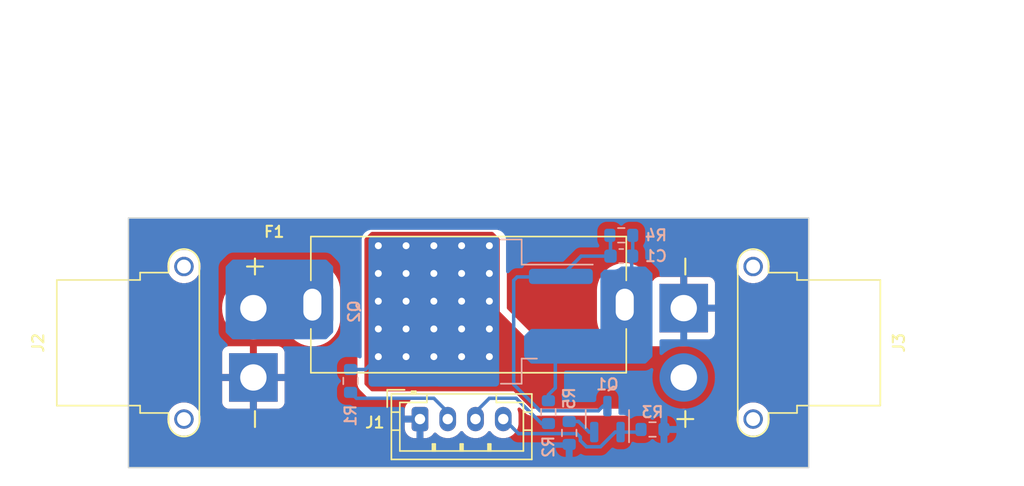
<source format=kicad_pcb>
(kicad_pcb (version 20221018) (generator pcbnew)
  (layers (0 "F.Cu" signal) (31 "B.Cu" signal) (34 "B.Paste" user) (35 "F.Paste" user) (36 "B.SilkS" user "B.Silkscreen") (37 "F.SilkS" user "F.Silkscreen") (38 "B.Mask" user) (39 "F.Mask" user) (44 "Edge.Cuts" user))
  (net 0 "")
  (net 1 "Net-(Q2-S)")
  (net 2 "Net-(Q1-C)")
  (net 3 "+BATT")
  (net 4 "-BATT")
  (net 5 "Net-(J1-Pin_2)")
  (net 6 "Net-(J1-Pin_3)")
  (net 7 "Net-(J1-Pin_4)")
  (net 8 "Net-(Q1-E)")
  (net 9 "+VSW")
  (footprint "GigaVescLibs:AMASS_XT30PW-F_1x02_P2.50mm_Horizontal" (layer "F.Cu") (at 132 93.5 90)
    (fp_text reference "J2" (at 2.5 -15.5 90) (layer "F.SilkS") (effects (font (size 0.8 0.8))))
    (fp_text value "IN")
    (fp_text user "-" (at -3 0 90) (layer "F.SilkS") (effects (font (size 1.5 1.5))))
    (fp_text user "+" (at 8 0 90) (layer "F.SilkS") (effects (font (size 1.5 1.5))))
    (fp_line (start -3.26 -6.11) (end -2.56 -6.11) (stroke (width 0.12)) (layer "F.SilkS"))
    (fp_line (start -3.26 -3.89) (end 8.26 -3.89) (stroke (width 0.12)) (layer "F.SilkS"))
    (fp_line (start -2.56 -8.16) (end -2.56 -6.11) (stroke (width 0.12)) (layer "F.SilkS"))
    (fp_line (start -2.56 -8.16) (end -2.03 -8.16) (stroke (width 0.12)) (layer "F.SilkS"))
    (fp_line (start -2.03 -14.16) (end -2.03 -8.16) (stroke (width 0.12)) (layer "F.SilkS"))
    (fp_line (start -2.03 -14.16) (end 7 -14.16) (stroke (width 0.12)) (layer "F.SilkS"))
    (fp_line (start 7.03 -14.16) (end 7.03 -8.16) (stroke (width 0.12)) (layer "F.SilkS"))
    (fp_line (start 7.03 -8.16) (end 7.56 -8.16) (stroke (width 0.12)) (layer "F.SilkS"))
    (fp_line (start 7.56 -8.16) (end 7.56 -6.11) (stroke (width 0.12)) (layer "F.SilkS"))
    (fp_line (start 7.56 -6.11) (end 8.26 -6.11) (stroke (width 0.12)) (layer "F.SilkS"))
    (fp_arc (start -3.321729 -3.903365) (mid -4.256653 -5.086124) (end -3.15 -6.11) (stroke (width 0.12)) (layer "F.SilkS"))
    (fp_arc (start 8.15 -6.11) (mid 9.26 -5) (end 8.15 -3.89) (stroke (width 0.12)) (layer "F.SilkS"))
    (pad "" thru_hole circle (at -3 -5 180) (size 1.4 1.4) (drill 1) (layers "*.Cu" "*.Mask"))
    (pad "" thru_hole circle (at 8 -5 90) (size 1.4 1.4) (drill 1) (layers "*.Cu" "*.Mask"))
    (pad "1" thru_hole rect (at 0 0 90) (size 3.5 3.5) (drill 1.9) (layers "*.Cu" "*.Mask") (net 4 "-BATT"))
    (pad "2" thru_hole circle (at 5 0 90) (size 3.5 3.5) (drill 1.9) (layers "*.Cu" "*.Mask") (net 3 "+BATT"))
  )
  (footprint "GigaVescLibs:XuchengElecC3131" (layer "F.Cu") (at 136.25 88.25)
    (fp_text reference "F1" (at -2.75 -5.25) (layer "F.SilkS") (effects (font (size 0.8 0.8))))
    (fp_text value "Fuse")
    (fp_line (start -0.11 -4.91) (end 22.61 -4.91) (stroke (width 0.12)) (layer "F.SilkS"))
    (fp_line (start -0.11 -1.75) (end -0.11 -4.91) (stroke (width 0.12)) (layer "F.SilkS"))
    (fp_line (start -0.11 4.91) (end -0.11 1.75) (stroke (width 0.12)) (layer "F.SilkS"))
    (fp_line (start -0.11 4.91) (end 22.61 4.91) (stroke (width 0.12)) (layer "F.SilkS"))
    (fp_line (start 22.61 -1.75) (end 22.61 -4.91) (stroke (width 0.12)) (layer "F.SilkS"))
    (fp_line (start 22.61 4.91) (end 22.61 1.75) (stroke (width 0.12)) (layer "F.SilkS"))
    (pad "1" thru_hole oval (at 0 0) (size 3 5) (drill oval 1.3 2.3) (layers "*.Cu" "*.Mask") (net 3 "+BATT"))
    (pad "2" thru_hole oval (at 22.5 0) (size 3 5) (drill oval 1.3 2.3) (layers "*.Cu" "*.Mask") (net 1 "Net-(Q2-S)"))
  )
  (footprint "Connector_JST:JST_PH_B4B-PH-K_1x04_P2.00mm_Vertical" (layer "F.Cu") (at 144 96.5)
    (fp_text reference "J1" (at -3.25 0.25) (layer "F.SilkS") (effects (font (size 0.8 0.8))))
    (fp_text value "POWER_SW")
    (fp_line (start -2.36 -2.11) (end -2.36 -0.86) (stroke (width 0.12)) (layer "F.SilkS"))
    (fp_line (start -2.06 -1.81) (end -2.06 2.91) (stroke (width 0.12)) (layer "F.SilkS"))
    (fp_line (start -2.06 -0.5) (end -1.45 -0.5) (stroke (width 0.12)) (layer "F.SilkS"))
    (fp_line (start -2.06 0.8) (end -1.45 0.8) (stroke (width 0.12)) (layer "F.SilkS"))
    (fp_line (start -2.06 2.91) (end 8.06 2.91) (stroke (width 0.12)) (layer "F.SilkS"))
    (fp_line (start -1.45 -1.2) (end -1.45 2.3) (stroke (width 0.12)) (layer "F.SilkS"))
    (fp_line (start -1.45 2.3) (end 7.45 2.3) (stroke (width 0.12)) (layer "F.SilkS"))
    (fp_line (start -1.11 -2.11) (end -2.36 -2.11) (stroke (width 0.12)) (layer "F.SilkS"))
    (fp_line (start -0.6 -2.01) (end -0.6 -1.81) (stroke (width 0.12)) (layer "F.SilkS"))
    (fp_line (start -0.3 -2.01) (end -0.6 -2.01) (stroke (width 0.12)) (layer "F.SilkS"))
    (fp_line (start -0.3 -1.91) (end -0.6 -1.91) (stroke (width 0.12)) (layer "F.SilkS"))
    (fp_line (start -0.3 -1.81) (end -0.3 -2.01) (stroke (width 0.12)) (layer "F.SilkS"))
    (fp_line (start 0.5 -1.81) (end 0.5 -1.2) (stroke (width 0.12)) (layer "F.SilkS"))
    (fp_line (start 0.5 -1.2) (end -1.45 -1.2) (stroke (width 0.12)) (layer "F.SilkS"))
    (fp_line (start 0.9 1.8) (end 1.1 1.8) (stroke (width 0.12)) (layer "F.SilkS"))
    (fp_line (start 0.9 2.3) (end 0.9 1.8) (stroke (width 0.12)) (layer "F.SilkS"))
    (fp_line (start 1 2.3) (end 1 1.8) (stroke (width 0.12)) (layer "F.SilkS"))
    (fp_line (start 1.1 1.8) (end 1.1 2.3) (stroke (width 0.12)) (layer "F.SilkS"))
    (fp_line (start 2.9 1.8) (end 3.1 1.8) (stroke (width 0.12)) (layer "F.SilkS"))
    (fp_line (start 2.9 2.3) (end 2.9 1.8) (stroke (width 0.12)) (layer "F.SilkS"))
    (fp_line (start 3 2.3) (end 3 1.8) (stroke (width 0.12)) (layer "F.SilkS"))
    (fp_line (start 3.1 1.8) (end 3.1 2.3) (stroke (width 0.12)) (layer "F.SilkS"))
    (fp_line (start 4.9 1.8) (end 5.1 1.8) (stroke (width 0.12)) (layer "F.SilkS"))
    (fp_line (start 4.9 2.3) (end 4.9 1.8) (stroke (width 0.12)) (layer "F.SilkS"))
    (fp_line (start 5 2.3) (end 5 1.8) (stroke (width 0.12)) (layer "F.SilkS"))
    (fp_line (start 5.1 1.8) (end 5.1 2.3) (stroke (width 0.12)) (layer "F.SilkS"))
    (fp_line (start 5.5 -1.2) (end 5.5 -1.81) (stroke (width 0.12)) (layer "F.SilkS"))
    (fp_line (start 7.45 -1.2) (end 5.5 -1.2) (stroke (width 0.12)) (layer "F.SilkS"))
    (fp_line (start 7.45 2.3) (end 7.45 -1.2) (stroke (width 0.12)) (layer "F.SilkS"))
    (fp_line (start 8.06 -1.81) (end -2.06 -1.81) (stroke (width 0.12)) (layer "F.SilkS"))
    (fp_line (start 8.06 -0.5) (end 7.45 -0.5) (stroke (width 0.12)) (layer "F.SilkS"))
    (fp_line (start 8.06 0.8) (end 7.45 0.8) (stroke (width 0.12)) (layer "F.SilkS"))
    (fp_line (start 8.06 2.91) (end 8.06 -1.81) (stroke (width 0.12)) (layer "F.SilkS"))
    (pad "1" thru_hole roundrect (at 0 0) (size 1.2 1.75) (drill 0.75) (layers "*.Cu" "*.Mask") (roundrect_rratio 0.2083333333) (net 4 "-BATT"))
    (pad "2" thru_hole oval (at 2 0) (size 1.2 1.75) (drill 0.75) (layers "*.Cu" "*.Mask") (net 5 "Net-(J1-Pin_2)"))
    (pad "3" thru_hole oval (at 4 0) (size 1.2 1.75) (drill 0.75) (layers "*.Cu" "*.Mask") (net 6 "Net-(J1-Pin_3)"))
    (pad "4" thru_hole oval (at 6 0) (size 1.2 1.75) (drill 0.75) (layers "*.Cu" "*.Mask") (net 7 "Net-(J1-Pin_4)"))
  )
  (footprint "GigaVescLibs:AMASS_XT30PW-F_1x02_P2.50mm_Horizontal" (layer "F.Cu") (at 163 88.5 -90)
    (fp_text reference "J3" (at 2.5 -15.5 90) (layer "F.SilkS") (effects (font (size 0.8 0.8))))
    (fp_text value "OUT")
    (fp_text user "-" (at -3 0 90) (layer "F.SilkS") (effects (font (size 1.5 1.5))))
    (fp_text user "+" (at 8 0 90) (layer "F.SilkS") (effects (font (size 1.5 1.5))))
    (fp_line (start -3.26 -6.11) (end -2.56 -6.11) (stroke (width 0.12)) (layer "F.SilkS"))
    (fp_line (start -3.26 -3.89) (end 8.26 -3.89) (stroke (width 0.12)) (layer "F.SilkS"))
    (fp_line (start -2.56 -8.16) (end -2.56 -6.11) (stroke (width 0.12)) (layer "F.SilkS"))
    (fp_line (start -2.56 -8.16) (end -2.03 -8.16) (stroke (width 0.12)) (layer "F.SilkS"))
    (fp_line (start -2.03 -14.16) (end -2.03 -8.16) (stroke (width 0.12)) (layer "F.SilkS"))
    (fp_line (start -2.03 -14.16) (end 7 -14.16) (stroke (width 0.12)) (layer "F.SilkS"))
    (fp_line (start 7.03 -14.16) (end 7.03 -8.16) (stroke (width 0.12)) (layer "F.SilkS"))
    (fp_line (start 7.03 -8.16) (end 7.56 -8.16) (stroke (width 0.12)) (layer "F.SilkS"))
    (fp_line (start 7.56 -8.16) (end 7.56 -6.11) (stroke (width 0.12)) (layer "F.SilkS"))
    (fp_line (start 7.56 -6.11) (end 8.26 -6.11) (stroke (width 0.12)) (layer "F.SilkS"))
    (fp_arc (start -3.321729 -3.903365) (mid -4.256653 -5.086124) (end -3.15 -6.11) (stroke (width 0.12)) (layer "F.SilkS"))
    (fp_arc (start 8.15 -6.11) (mid 9.26 -5) (end 8.15 -3.89) (stroke (width 0.12)) (layer "F.SilkS"))
    (pad "" thru_hole circle (at -3 -5) (size 1.4 1.4) (drill 1) (layers "*.Cu" "*.Mask"))
    (pad "" thru_hole circle (at 8 -5 270) (size 1.4 1.4) (drill 1) (layers "*.Cu" "*.Mask"))
    (pad "1" thru_hole rect (at 0 0 270) (size 3.5 3.5) (drill 1.9) (layers "*.Cu" "*.Mask") (net 4 "-BATT"))
    (pad "2" thru_hole circle (at 5 0 270) (size 3.5 3.5) (drill 1.9) (layers "*.Cu" "*.Mask") (net 9 "+VSW"))
  )
  (footprint "Package_TO_SOT_SMD:TO-263-2" (layer "B.Cu") (at 146.5 88.75 180)
    (fp_text reference "Q2" (at 7.25 0 90) (layer "B.SilkS") (effects (font (size 0.8 0.8)) (justify mirror)))
    (fp_text value "IRF9640SPBF")
    (fp_line (start -4.825 -5.2) (end -4.825 -3.39) (stroke (width 0.12)) (layer "B.SilkS"))
    (fp_line (start -4.825 -3.39) (end -5.925 -3.39) (stroke (width 0.12)) (layer "B.SilkS"))
    (fp_line (start -4.825 3.39) (end -9.95 3.39) (stroke (width 0.12)) (layer "B.SilkS"))
    (fp_line (start -4.825 5.2) (end -4.825 3.39) (stroke (width 0.12)) (layer "B.SilkS"))
    (fp_line (start -3.325 -5.2) (end -4.825 -5.2) (stroke (width 0.12)) (layer "B.SilkS"))
    (fp_line (start -3.325 5.2) (end -4.825 5.2) (stroke (width 0.12)) (layer "B.SilkS"))
    (pad "1" smd roundrect (at -7.65 2.54 180) (size 4.6 1.1) (layers "B.Cu" "B.Paste" "B.Mask") (roundrect_rratio 0.2272727273) (net 2 "Net-(Q1-C)"))
    (pad "2" smd roundrect (at -0.925 -2.775 180) (size 4.55 5.25) (layers "B.Cu" "B.Paste") (roundrect_rratio 0.05494505495) (net 9 "+VSW"))
    (pad "2" smd roundrect (at -0.925 2.775 180) (size 4.55 5.25) (layers "B.Cu" "B.Paste") (roundrect_rratio 0.05494505495) (net 9 "+VSW"))
    (pad "2" smd roundrect (at 1.5 0 180) (size 9.4 10.8) (layers "B.Cu" "B.Mask") (roundrect_rratio 0.02659595745) (net 9 "+VSW"))
    (pad "2" smd roundrect (at 3.925 -2.775 180) (size 4.55 5.25) (layers "B.Cu" "B.Paste") (roundrect_rratio 0.05494505495) (net 9 "+VSW"))
    (pad "2" smd roundrect (at 3.925 2.775 180) (size 4.55 5.25) (layers "B.Cu" "B.Paste") (roundrect_rratio 0.05494505495) (net 9 "+VSW"))
    (pad "3" smd roundrect (at -7.65 -2.54 180) (size 4.6 1.1) (layers "B.Cu" "B.Paste" "B.Mask") (roundrect_rratio 0.2272727273) (net 1 "Net-(Q2-S)"))
  )
  (footprint "Capacitor_SMD:C_0603_1608Metric" (layer "B.Cu") (at 158.5 84.75 180)
    (fp_text reference "C1" (at -2.5 0) (layer "B.SilkS") (effects (font (size 0.8 0.8)) (justify mirror)))
    (fp_text value "100n")
    (fp_line (start -0.14058 -0.51) (end 0.14058 -0.51) (stroke (width 0.12)) (layer "B.SilkS"))
    (fp_line (start -0.14058 0.51) (end 0.14058 0.51) (stroke (width 0.12)) (layer "B.SilkS"))
    (pad "1" smd roundrect (at -0.775 0 180) (size 0.9 0.95) (layers "B.Cu" "B.Paste" "B.Mask") (net 1 "Net-(Q2-S)"))
    (pad "2" smd roundrect (at 0.775 0 180) (size 0.9 0.95) (layers "B.Cu" "B.Paste" "B.Mask") (net 2 "Net-(Q1-C)"))
  )
  (footprint "Resistor_SMD:R_0603_1608Metric" (layer "B.Cu") (at 153.25 96 -90)
    (fp_text reference "R2" (at 2.5 0 -270) (layer "B.SilkS") (effects (font (size 0.8 0.8)) (justify mirror)))
    (fp_text value "200k")
    (fp_line (start -0.237258 -0.5225) (end 0.237258 -0.5225) (stroke (width 0.12)) (layer "B.SilkS"))
    (fp_line (start -0.237258 0.5225) (end 0.237258 0.5225) (stroke (width 0.12)) (layer "B.SilkS"))
    (pad "1" smd roundrect (at -0.825 0 270) (size 0.8 0.95) (layers "B.Cu" "B.Paste" "B.Mask") (net 1 "Net-(Q2-S)"))
    (pad "2" smd roundrect (at 0.825 0 270) (size 0.8 0.95) (layers "B.Cu" "B.Paste" "B.Mask") (net 6 "Net-(J1-Pin_3)"))
  )
  (footprint "Package_TO_SOT_SMD:SOT-23" (layer "B.Cu") (at 157.5 96.5 90)
    (fp_text reference "Q1" (at 2.5 0 180) (layer "B.SilkS") (effects (font (size 0.8 0.8)) (justify mirror)))
    (fp_text value "MMBTA42")
    (fp_line (start 0 -1.56) (end -0.65 -1.56) (stroke (width 0.12)) (layer "B.SilkS"))
    (fp_line (start 0 -1.56) (end 0.65 -1.56) (stroke (width 0.12)) (layer "B.SilkS"))
    (fp_line (start 0 1.56) (end -1.675 1.56) (stroke (width 0.12)) (layer "B.SilkS"))
    (fp_line (start 0 1.56) (end 0.65 1.56) (stroke (width 0.12)) (layer "B.SilkS"))
    (pad "1" smd roundrect (at -0.9375 0.95 90) (size 1.475 0.6) (layers "B.Cu" "B.Paste" "B.Mask") (net 7 "Net-(J1-Pin_4)"))
    (pad "2" smd roundrect (at -0.9375 -0.95 90) (size 1.475 0.6) (layers "B.Cu" "B.Paste" "B.Mask") (net 8 "Net-(Q1-E)"))
    (pad "3" smd roundrect (at 0.9375 0 90) (size 1.475 0.6) (layers "B.Cu" "B.Paste" "B.Mask") (net 2 "Net-(Q1-C)"))
  )
  (footprint "Resistor_SMD:R_0603_1608Metric" (layer "B.Cu") (at 160.75 97.25)
    (fp_text reference "R3" (at 0 -1.25) (layer "B.SilkS") (effects (font (size 0.8 0.8)) (justify mirror)))
    (fp_text value "20k")
    (fp_line (start -0.237258 -0.5225) (end 0.237258 -0.5225) (stroke (width 0.12)) (layer "B.SilkS"))
    (fp_line (start -0.237258 0.5225) (end 0.237258 0.5225) (stroke (width 0.12)) (layer "B.SilkS"))
    (pad "1" smd roundrect (at -0.825 0) (size 0.8 0.95) (layers "B.Cu" "B.Paste" "B.Mask") (net 7 "Net-(J1-Pin_4)"))
    (pad "2" smd roundrect (at 0.825 0) (size 0.8 0.95) (layers "B.Cu" "B.Paste" "B.Mask") (net 4 "-BATT"))
  )
  (footprint "Resistor_SMD:R_0603_1608Metric" (layer "B.Cu") (at 158.5 83.25 180)
    (fp_text reference "R4" (at -2.5 0) (layer "B.SilkS") (effects (font (size 0.8 0.8)) (justify mirror)))
    (fp_text value "100k")
    (fp_line (start -0.237258 -0.5225) (end 0.237258 -0.5225) (stroke (width 0.12)) (layer "B.SilkS"))
    (fp_line (start -0.237258 0.5225) (end 0.237258 0.5225) (stroke (width 0.12)) (layer "B.SilkS"))
    (pad "1" smd roundrect (at -0.825 0 180) (size 0.8 0.95) (layers "B.Cu" "B.Paste" "B.Mask") (net 1 "Net-(Q2-S)"))
    (pad "2" smd roundrect (at 0.825 0 180) (size 0.8 0.95) (layers "B.Cu" "B.Paste" "B.Mask") (net 2 "Net-(Q1-C)"))
  )
  (footprint "Resistor_SMD:R_0603_1608Metric" (layer "B.Cu") (at 139 93.75 90)
    (fp_text reference "R1" (at -2.5 0 90) (layer "B.SilkS") (effects (font (size 0.8 0.8)) (justify mirror)))
    (fp_text value "100k")
    (fp_line (start -0.237258 -0.5225) (end 0.237258 -0.5225) (stroke (width 0.12)) (layer "B.SilkS"))
    (fp_line (start -0.237258 0.5225) (end 0.237258 0.5225) (stroke (width 0.12)) (layer "B.SilkS"))
    (pad "1" smd roundrect (at -0.825 0 90) (size 0.8 0.95) (layers "B.Cu" "B.Paste" "B.Mask") (net 5 "Net-(J1-Pin_2)"))
    (pad "2" smd roundrect (at 0.825 0 90) (size 0.8 0.95) (layers "B.Cu" "B.Paste" "B.Mask") (net 9 "+VSW"))
  )
  (footprint "Resistor_SMD:R_0603_1608Metric" (layer "B.Cu") (at 154.75 97.5 -90)
    (fp_text reference "R5" (at -2.5 0 -270) (layer "B.SilkS") (effects (font (size 0.8 0.8)) (justify mirror)))
    (fp_text value "27k")
    (fp_line (start -0.237258 -0.5225) (end 0.237258 -0.5225) (stroke (width 0.12)) (layer "B.SilkS"))
    (fp_line (start -0.237258 0.5225) (end 0.237258 0.5225) (stroke (width 0.12)) (layer "B.SilkS"))
    (pad "1" smd roundrect (at -0.825 0 270) (size 0.8 0.95) (layers "B.Cu" "B.Paste" "B.Mask") (net 8 "Net-(Q1-E)"))
    (pad "2" smd roundrect (at 0.825 0 270) (size 0.8 0.95) (layers "B.Cu" "B.Paste" "B.Mask") (net 4 "-BATT"))
  )
  (gr_rect (start 123 82) (end 172 100) (stroke (width 0.1)) (fill none) (layer "Edge.Cuts"))
  (segment (start 153.25 94.75) (end 153.75 94.25) (width 0.25) (layer "B.Cu") (net 1))
  (segment (start 159.275 84.75) (end 159.25 84.775) (width 0.25) (layer "B.Cu") (net 1))
  (segment (start 153.75 91.69) (end 154.15 91.29) (width 0.25) (layer "B.Cu") (net 1))
  (segment (start 159.25 84.775) (end 159.25 86) (width 0.25) (layer "B.Cu") (net 1))
  (segment (start 159.325 83.25) (end 159.325 84.7) (width 0.25) (layer "B.Cu") (net 1))
  (segment (start 153.75 94.25) (end 153.75 91.69) (width 0.25) (layer "B.Cu") (net 1))
  (segment (start 159.325 84.7) (end 159.275 84.75) (width 0.25) (layer "B.Cu") (net 1))
  (segment (start 153.25 95.175) (end 153.25 94.75) (width 0.25) (layer "B.Cu") (net 1))
  (segment (start 151 86.25) (end 154.11 86.25) (width 0.25) (layer "B.Cu") (net 2))
  (segment (start 156.85 95.9) (end 152.65 95.9) (width 0.25) (layer "B.Cu") (net 2))
  (segment (start 155.61 84.75) (end 154.15 86.21) (width 0.25) (layer "B.Cu") (net 2))
  (segment (start 157.725 83.3) (end 157.675 83.25) (width 0.25) (layer "B.Cu") (net 2))
  (segment (start 157.5 95.5625) (end 157.1875 95.5625) (width 0.25) (layer "B.Cu") (net 2))
  (segment (start 157.725 84.75) (end 157.725 83.3) (width 0.25) (layer "B.Cu") (net 2))
  (segment (start 150.75 94) (end 150.75 86.5) (width 0.25) (layer "B.Cu") (net 2))
  (segment (start 157.1875 95.5625) (end 156.85 95.9) (width 0.25) (layer "B.Cu") (net 2))
  (segment (start 150.75 86.5) (end 151 86.25) (width 0.25) (layer "B.Cu") (net 2))
  (segment (start 157.725 84.75) (end 155.61 84.75) (width 0.25) (layer "B.Cu") (net 2))
  (segment (start 154.11 86.25) (end 154.15 86.21) (width 0.25) (layer "B.Cu") (net 2))
  (segment (start 152.65 95.9) (end 150.75 94) (width 0.25) (layer "B.Cu") (net 2))
  (segment (start 146 96) (end 146 96.45) (width 0.25) (layer "B.Cu") (net 5))
  (segment (start 145 95) (end 146 96) (width 0.25) (layer "B.Cu") (net 5))
  (segment (start 139.425 95) (end 145 95) (width 0.25) (layer "B.Cu") (net 5))
  (segment (start 139 94.575) (end 139.425 95) (width 0.25) (layer "B.Cu") (net 5))
  (segment (start 150.931802 95) (end 149 95) (width 0.25) (layer "B.Cu") (net 6))
  (segment (start 153.25 96.825) (end 152.756802 96.825) (width 0.25) (layer "B.Cu") (net 6))
  (segment (start 149 95) (end 148 96) (width 0.25) (layer "B.Cu") (net 6))
  (segment (start 152.756802 96.825) (end 150.931802 95) (width 0.25) (layer "B.Cu") (net 6))
  (segment (start 148 96) (end 148 96.45) (width 0.25) (layer "B.Cu") (net 6))
  (segment (start 155.55 98.05) (end 155.55 97.8) (width 0.25) (layer "B.Cu") (net 7))
  (segment (start 159.7375 97.4375) (end 159.925 97.25) (width 0.25) (layer "B.Cu") (net 7))
  (segment (start 156 98.5) (end 155.55 98.05) (width 0.25) (layer "B.Cu") (net 7))
  (segment (start 158.45 97.4375) (end 159.7375 97.4375) (width 0.25) (layer "B.Cu") (net 7))
  (segment (start 158.45 97.4375) (end 158.0625 97.4375) (width 0.25) (layer "B.Cu") (net 7))
  (segment (start 158.0625 97.4375) (end 157 98.5) (width 0.25) (layer "B.Cu") (net 7))
  (segment (start 155.55 97.8) (end 155.3 97.55) (width 0.25) (layer "B.Cu") (net 7))
  (segment (start 155.3 97.55) (end 151.1 97.55) (width 0.25) (layer "B.Cu") (net 7))
  (segment (start 157 98.5) (end 156 98.5) (width 0.25) (layer "B.Cu") (net 7))
  (segment (start 151.1 97.55) (end 150 96.45) (width 0.25) (layer "B.Cu") (net 7))
  (segment (start 156.1875 97.4375) (end 155.425 96.675) (width 0.25) (layer "B.Cu") (net 8))
  (segment (start 155.425 96.675) (end 154.75 96.675) (width 0.25) (layer "B.Cu") (net 8))
  (segment (start 156.55 97.4375) (end 156.1875 97.4375) (width 0.25) (layer "B.Cu") (net 8))
  (via (at 145 92) (size 0.8) (drill 0.5) (layers "F.Cu" "B.Cu") (net 9))
  (via (at 145 86) (size 0.8) (drill 0.5) (layers "F.Cu" "B.Cu") (net 9))
  (via (at 149 92) (size 0.8) (drill 0.5) (layers "F.Cu" "B.Cu") (net 9))
  (via (at 145 90) (size 0.8) (drill 0.5) (layers "F.Cu" "B.Cu") (net 9))
  (via (at 147 84) (size 0.8) (drill 0.5) (layers "F.Cu" "B.Cu") (net 9))
  (via (at 147 88) (size 0.8) (drill 0.5) (layers "F.Cu" "B.Cu") (net 9))
  (via (at 143 88) (size 0.8) (drill 0.5) (layers "F.Cu" "B.Cu") (net 9))
  (via (at 149 84) (size 0.8) (drill 0.5) (layers "F.Cu" "B.Cu") (net 9))
  (via (at 143 92) (size 0.8) (drill 0.5) (layers "F.Cu" "B.Cu") (net 9))
  (via (at 141 88) (size 0.8) (drill 0.5) (layers "F.Cu" "B.Cu") (net 9))
  (via (at 141 86) (size 0.8) (drill 0.5) (layers "F.Cu" "B.Cu") (net 9))
  (via (at 141 92) (size 0.8) (drill 0.5) (layers "F.Cu" "B.Cu") (net 9))
  (via (at 145 84) (size 0.8) (drill 0.5) (layers "F.Cu" "B.Cu") (net 9))
  (via (at 149 88) (size 0.8) (drill 0.5) (layers "F.Cu" "B.Cu") (net 9))
  (via (at 147 86) (size 0.8) (drill 0.5) (layers "F.Cu" "B.Cu") (net 9))
  (via (at 143 84) (size 0.8) (drill 0.5) (layers "F.Cu" "B.Cu") (net 9))
  (via (at 143 90) (size 0.8) (drill 0.5) (layers "F.Cu" "B.Cu") (net 9))
  (via (at 147 90) (size 0.8) (drill 0.5) (layers "F.Cu" "B.Cu") (net 9))
  (via (at 143 86) (size 0.8) (drill 0.5) (layers "F.Cu" "B.Cu") (net 9))
  (via (at 141 84) (size 0.8) (drill 0.5) (layers "F.Cu" "B.Cu") (net 9))
  (via (at 145 88) (size 0.8) (drill 0.5) (layers "F.Cu" "B.Cu") (net 9))
  (via (at 147 92) (size 0.8) (drill 0.5) (layers "F.Cu" "B.Cu") (net 9))
  (via (at 149 86) (size 0.8) (drill 0.5) (layers "F.Cu" "B.Cu") (net 9))
  (via (at 141 90) (size 0.8) (drill 0.5) (layers "F.Cu" "B.Cu") (net 9))
  (via (at 149 90) (size 0.8) (drill 0.5) (layers "F.Cu" "B.Cu") (net 9))
  (segment (start 141 92) (end 141.175 92.175) (width 0.25) (layer "B.Cu") (net 9))
  (segment (start 141.925 92.175) (end 142.575 91.525) (width 0.25) (layer "B.Cu") (net 9))
  (segment (start 139 92.925) (end 140.075 92.925) (width 0.25) (layer "B.Cu") (net 9))
  (segment (start 141.175 92.175) (end 141.925 92.175) (width 0.25) (layer "B.Cu") (net 9))
  (segment (start 140.075 92.925) (end 141 92) (width 0.25) (layer "B.Cu") (net 9))
  (zone (net 9) (net_name "+VSW") (layer "F.Cu") (priority 3) (connect_pads yes (clearance 0.5)) (min_thickness 0.25) (fill yes (thermal_gap 0.5) (thermal_bridge_width 0.5))
    (polygon (pts (xy 152.25 91.25) (xy 164.75 91.25) (xy 165.25 91.75) (xy 165.25 95.25) (xy 164.75 95.75) (xy 152 95.75) (xy 150.75 94.5) (xy 140.5 94.5) (xy 140 94) (xy 140 83.5) (xy 140.5 83) (xy 149.25 83) (xy 149.75 83.5) (xy 149.75 88.75)))
  )
  (zone (net 4) (net_name "-BATT") (layers "F&B.Cu") (connect_pads (clearance 0.5)) (min_thickness 0.25) (fill yes (thermal_gap 0.5) (thermal_bridge_width 0.5))
    (polygon (pts (xy 123 82) (xy 123 100) (xy 172 100) (xy 172 82)))
  )
  (zone (net 3) (net_name "+BATT") (layer "B.Cu") (priority 2) (connect_pads yes (clearance 0.5)) (min_thickness 0.25) (fill yes (thermal_gap 0.5) (thermal_bridge_width 0.5))
    (polygon (pts (xy 137.25 85) (xy 130.5 85) (xy 130 85.5) (xy 130 90.25) (xy 130.5 90.75) (xy 137.25 90.75) (xy 137.75 90.25) (xy 137.75 85.5)))
  )
  (zone (net 1) (net_name "Net-(Q2-S)") (layer "B.Cu") (priority 1) (connect_pads yes (clearance 0.5)) (min_thickness 0.25) (fill yes (thermal_gap 0.5) (thermal_bridge_width 0.5))
    (polygon (pts (xy 152 90) (xy 151.5 90.5) (xy 151.5 92) (xy 152 92.5) (xy 160.25 92.5) (xy 160.75 92) (xy 160.75 86) (xy 160.25 85.5) (xy 157.5 85.5) (xy 157 86) (xy 157 90)))
  )
)
</source>
